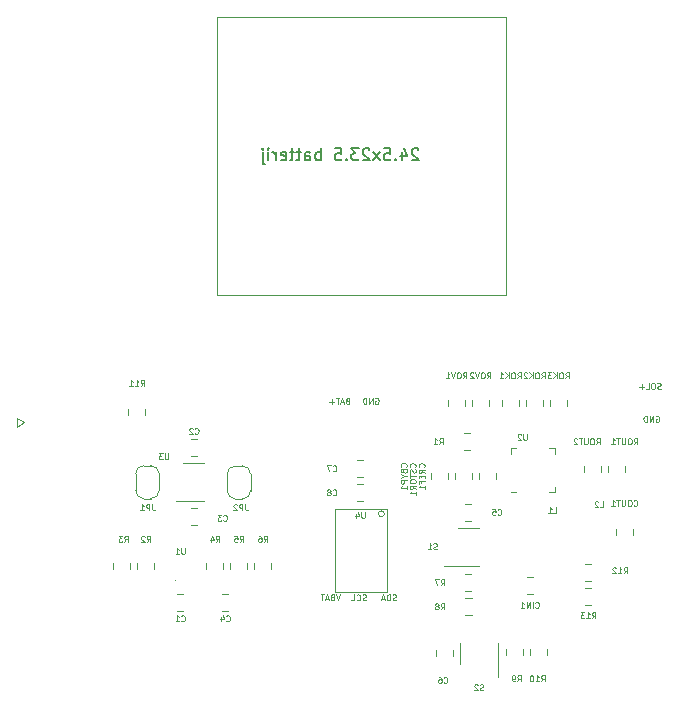
<source format=gbo>
G04 #@! TF.GenerationSoftware,KiCad,Pcbnew,(5.1.5)-3*
G04 #@! TF.CreationDate,2020-06-11T14:27:07+02:00*
G04 #@! TF.ProjectId,Power_module_v0,506f7765-725f-46d6-9f64-756c655f7630,rev?*
G04 #@! TF.SameCoordinates,Original*
G04 #@! TF.FileFunction,Legend,Bot*
G04 #@! TF.FilePolarity,Positive*
%FSLAX46Y46*%
G04 Gerber Fmt 4.6, Leading zero omitted, Abs format (unit mm)*
G04 Created by KiCad (PCBNEW (5.1.5)-3) date 2020-06-11 14:27:07*
%MOMM*%
%LPD*%
G04 APERTURE LIST*
%ADD10C,0.125000*%
%ADD11C,0.120000*%
%ADD12C,0.150000*%
G04 APERTURE END LIST*
D10*
X147982666Y-81482380D02*
X147911238Y-81506190D01*
X147792190Y-81506190D01*
X147744571Y-81482380D01*
X147720761Y-81458571D01*
X147696952Y-81410952D01*
X147696952Y-81363333D01*
X147720761Y-81315714D01*
X147744571Y-81291904D01*
X147792190Y-81268095D01*
X147887428Y-81244285D01*
X147935047Y-81220476D01*
X147958857Y-81196666D01*
X147982666Y-81149047D01*
X147982666Y-81101428D01*
X147958857Y-81053809D01*
X147935047Y-81030000D01*
X147887428Y-81006190D01*
X147768380Y-81006190D01*
X147696952Y-81030000D01*
X147387428Y-81006190D02*
X147292190Y-81006190D01*
X147244571Y-81030000D01*
X147196952Y-81077619D01*
X147173142Y-81172857D01*
X147173142Y-81339523D01*
X147196952Y-81434761D01*
X147244571Y-81482380D01*
X147292190Y-81506190D01*
X147387428Y-81506190D01*
X147435047Y-81482380D01*
X147482666Y-81434761D01*
X147506476Y-81339523D01*
X147506476Y-81172857D01*
X147482666Y-81077619D01*
X147435047Y-81030000D01*
X147387428Y-81006190D01*
X146720761Y-81506190D02*
X146958857Y-81506190D01*
X146958857Y-81006190D01*
X146554095Y-81315714D02*
X146173142Y-81315714D01*
X146363619Y-81506190D02*
X146363619Y-81125238D01*
X147573952Y-83824000D02*
X147621571Y-83800190D01*
X147693000Y-83800190D01*
X147764428Y-83824000D01*
X147812047Y-83871619D01*
X147835857Y-83919238D01*
X147859666Y-84014476D01*
X147859666Y-84085904D01*
X147835857Y-84181142D01*
X147812047Y-84228761D01*
X147764428Y-84276380D01*
X147693000Y-84300190D01*
X147645380Y-84300190D01*
X147573952Y-84276380D01*
X147550142Y-84252571D01*
X147550142Y-84085904D01*
X147645380Y-84085904D01*
X147335857Y-84300190D02*
X147335857Y-83800190D01*
X147050142Y-84300190D01*
X147050142Y-83800190D01*
X146812047Y-84300190D02*
X146812047Y-83800190D01*
X146693000Y-83800190D01*
X146621571Y-83824000D01*
X146573952Y-83871619D01*
X146550142Y-83919238D01*
X146526333Y-84014476D01*
X146526333Y-84085904D01*
X146550142Y-84181142D01*
X146573952Y-84228761D01*
X146621571Y-84276380D01*
X146693000Y-84300190D01*
X146812047Y-84300190D01*
X123824952Y-82300000D02*
X123872571Y-82276190D01*
X123944000Y-82276190D01*
X124015428Y-82300000D01*
X124063047Y-82347619D01*
X124086857Y-82395238D01*
X124110666Y-82490476D01*
X124110666Y-82561904D01*
X124086857Y-82657142D01*
X124063047Y-82704761D01*
X124015428Y-82752380D01*
X123944000Y-82776190D01*
X123896380Y-82776190D01*
X123824952Y-82752380D01*
X123801142Y-82728571D01*
X123801142Y-82561904D01*
X123896380Y-82561904D01*
X123586857Y-82776190D02*
X123586857Y-82276190D01*
X123301142Y-82776190D01*
X123301142Y-82276190D01*
X123063047Y-82776190D02*
X123063047Y-82276190D01*
X122944000Y-82276190D01*
X122872571Y-82300000D01*
X122824952Y-82347619D01*
X122801142Y-82395238D01*
X122777333Y-82490476D01*
X122777333Y-82561904D01*
X122801142Y-82657142D01*
X122824952Y-82704761D01*
X122872571Y-82752380D01*
X122944000Y-82776190D01*
X123063047Y-82776190D01*
X121455571Y-82514285D02*
X121384142Y-82538095D01*
X121360333Y-82561904D01*
X121336523Y-82609523D01*
X121336523Y-82680952D01*
X121360333Y-82728571D01*
X121384142Y-82752380D01*
X121431761Y-82776190D01*
X121622238Y-82776190D01*
X121622238Y-82276190D01*
X121455571Y-82276190D01*
X121407952Y-82300000D01*
X121384142Y-82323809D01*
X121360333Y-82371428D01*
X121360333Y-82419047D01*
X121384142Y-82466666D01*
X121407952Y-82490476D01*
X121455571Y-82514285D01*
X121622238Y-82514285D01*
X121146047Y-82633333D02*
X120907952Y-82633333D01*
X121193666Y-82776190D02*
X121027000Y-82276190D01*
X120860333Y-82776190D01*
X120765095Y-82276190D02*
X120479380Y-82276190D01*
X120622238Y-82776190D02*
X120622238Y-82276190D01*
X120312714Y-82585714D02*
X119931761Y-82585714D01*
X120122238Y-82776190D02*
X120122238Y-82395238D01*
D11*
X93472000Y-84074000D02*
X93472000Y-83947000D01*
X93472000Y-84709000D02*
X93472000Y-84074000D01*
X94107000Y-84328000D02*
X93472000Y-84709000D01*
X93472000Y-83947000D02*
X94107000Y-84328000D01*
D10*
X125575142Y-99389380D02*
X125503714Y-99413190D01*
X125384666Y-99413190D01*
X125337047Y-99389380D01*
X125313238Y-99365571D01*
X125289428Y-99317952D01*
X125289428Y-99270333D01*
X125313238Y-99222714D01*
X125337047Y-99198904D01*
X125384666Y-99175095D01*
X125479904Y-99151285D01*
X125527523Y-99127476D01*
X125551333Y-99103666D01*
X125575142Y-99056047D01*
X125575142Y-99008428D01*
X125551333Y-98960809D01*
X125527523Y-98937000D01*
X125479904Y-98913190D01*
X125360857Y-98913190D01*
X125289428Y-98937000D01*
X125075142Y-99413190D02*
X125075142Y-98913190D01*
X124956095Y-98913190D01*
X124884666Y-98937000D01*
X124837047Y-98984619D01*
X124813238Y-99032238D01*
X124789428Y-99127476D01*
X124789428Y-99198904D01*
X124813238Y-99294142D01*
X124837047Y-99341761D01*
X124884666Y-99389380D01*
X124956095Y-99413190D01*
X125075142Y-99413190D01*
X124598952Y-99270333D02*
X124360857Y-99270333D01*
X124646571Y-99413190D02*
X124479904Y-98913190D01*
X124313238Y-99413190D01*
X123023238Y-99389380D02*
X122951809Y-99413190D01*
X122832761Y-99413190D01*
X122785142Y-99389380D01*
X122761333Y-99365571D01*
X122737523Y-99317952D01*
X122737523Y-99270333D01*
X122761333Y-99222714D01*
X122785142Y-99198904D01*
X122832761Y-99175095D01*
X122928000Y-99151285D01*
X122975619Y-99127476D01*
X122999428Y-99103666D01*
X123023238Y-99056047D01*
X123023238Y-99008428D01*
X122999428Y-98960809D01*
X122975619Y-98937000D01*
X122928000Y-98913190D01*
X122808952Y-98913190D01*
X122737523Y-98937000D01*
X122237523Y-99365571D02*
X122261333Y-99389380D01*
X122332761Y-99413190D01*
X122380380Y-99413190D01*
X122451809Y-99389380D01*
X122499428Y-99341761D01*
X122523238Y-99294142D01*
X122547047Y-99198904D01*
X122547047Y-99127476D01*
X122523238Y-99032238D01*
X122499428Y-98984619D01*
X122451809Y-98937000D01*
X122380380Y-98913190D01*
X122332761Y-98913190D01*
X122261333Y-98937000D01*
X122237523Y-98960809D01*
X121785142Y-99413190D02*
X122023238Y-99413190D01*
X122023238Y-98913190D01*
X120836428Y-98913190D02*
X120669761Y-99413190D01*
X120503095Y-98913190D01*
X120169761Y-99151285D02*
X120098333Y-99175095D01*
X120074523Y-99198904D01*
X120050714Y-99246523D01*
X120050714Y-99317952D01*
X120074523Y-99365571D01*
X120098333Y-99389380D01*
X120145952Y-99413190D01*
X120336428Y-99413190D01*
X120336428Y-98913190D01*
X120169761Y-98913190D01*
X120122142Y-98937000D01*
X120098333Y-98960809D01*
X120074523Y-99008428D01*
X120074523Y-99056047D01*
X120098333Y-99103666D01*
X120122142Y-99127476D01*
X120169761Y-99151285D01*
X120336428Y-99151285D01*
X119860238Y-99270333D02*
X119622142Y-99270333D01*
X119907857Y-99413190D02*
X119741190Y-98913190D01*
X119574523Y-99413190D01*
X119479285Y-98913190D02*
X119193571Y-98913190D01*
X119336428Y-99413190D02*
X119336428Y-98913190D01*
D12*
X127472247Y-61244219D02*
X127424628Y-61196600D01*
X127329390Y-61148980D01*
X127091295Y-61148980D01*
X126996057Y-61196600D01*
X126948438Y-61244219D01*
X126900819Y-61339457D01*
X126900819Y-61434695D01*
X126948438Y-61577552D01*
X127519866Y-62148980D01*
X126900819Y-62148980D01*
X126043676Y-61482314D02*
X126043676Y-62148980D01*
X126281771Y-61101361D02*
X126519866Y-61815647D01*
X125900819Y-61815647D01*
X125519866Y-62053742D02*
X125472247Y-62101361D01*
X125519866Y-62148980D01*
X125567485Y-62101361D01*
X125519866Y-62053742D01*
X125519866Y-62148980D01*
X124567485Y-61148980D02*
X125043676Y-61148980D01*
X125091295Y-61625171D01*
X125043676Y-61577552D01*
X124948438Y-61529933D01*
X124710342Y-61529933D01*
X124615104Y-61577552D01*
X124567485Y-61625171D01*
X124519866Y-61720409D01*
X124519866Y-61958504D01*
X124567485Y-62053742D01*
X124615104Y-62101361D01*
X124710342Y-62148980D01*
X124948438Y-62148980D01*
X125043676Y-62101361D01*
X125091295Y-62053742D01*
X124186533Y-62148980D02*
X123662723Y-61482314D01*
X124186533Y-61482314D02*
X123662723Y-62148980D01*
X123329390Y-61244219D02*
X123281771Y-61196600D01*
X123186533Y-61148980D01*
X122948438Y-61148980D01*
X122853200Y-61196600D01*
X122805580Y-61244219D01*
X122757961Y-61339457D01*
X122757961Y-61434695D01*
X122805580Y-61577552D01*
X123377009Y-62148980D01*
X122757961Y-62148980D01*
X122424628Y-61148980D02*
X121805580Y-61148980D01*
X122138914Y-61529933D01*
X121996057Y-61529933D01*
X121900819Y-61577552D01*
X121853200Y-61625171D01*
X121805580Y-61720409D01*
X121805580Y-61958504D01*
X121853200Y-62053742D01*
X121900819Y-62101361D01*
X121996057Y-62148980D01*
X122281771Y-62148980D01*
X122377009Y-62101361D01*
X122424628Y-62053742D01*
X121377009Y-62053742D02*
X121329390Y-62101361D01*
X121377009Y-62148980D01*
X121424628Y-62101361D01*
X121377009Y-62053742D01*
X121377009Y-62148980D01*
X120424628Y-61148980D02*
X120900819Y-61148980D01*
X120948438Y-61625171D01*
X120900819Y-61577552D01*
X120805580Y-61529933D01*
X120567485Y-61529933D01*
X120472247Y-61577552D01*
X120424628Y-61625171D01*
X120377009Y-61720409D01*
X120377009Y-61958504D01*
X120424628Y-62053742D01*
X120472247Y-62101361D01*
X120567485Y-62148980D01*
X120805580Y-62148980D01*
X120900819Y-62101361D01*
X120948438Y-62053742D01*
X119186533Y-62148980D02*
X119186533Y-61148980D01*
X119186533Y-61529933D02*
X119091295Y-61482314D01*
X118900819Y-61482314D01*
X118805580Y-61529933D01*
X118757961Y-61577552D01*
X118710342Y-61672790D01*
X118710342Y-61958504D01*
X118757961Y-62053742D01*
X118805580Y-62101361D01*
X118900819Y-62148980D01*
X119091295Y-62148980D01*
X119186533Y-62101361D01*
X117853200Y-62148980D02*
X117853200Y-61625171D01*
X117900819Y-61529933D01*
X117996057Y-61482314D01*
X118186533Y-61482314D01*
X118281771Y-61529933D01*
X117853200Y-62101361D02*
X117948438Y-62148980D01*
X118186533Y-62148980D01*
X118281771Y-62101361D01*
X118329390Y-62006123D01*
X118329390Y-61910885D01*
X118281771Y-61815647D01*
X118186533Y-61768028D01*
X117948438Y-61768028D01*
X117853200Y-61720409D01*
X117519866Y-61482314D02*
X117138914Y-61482314D01*
X117377009Y-61148980D02*
X117377009Y-62006123D01*
X117329390Y-62101361D01*
X117234152Y-62148980D01*
X117138914Y-62148980D01*
X116948438Y-61482314D02*
X116567485Y-61482314D01*
X116805580Y-61148980D02*
X116805580Y-62006123D01*
X116757961Y-62101361D01*
X116662723Y-62148980D01*
X116567485Y-62148980D01*
X115853200Y-62101361D02*
X115948438Y-62148980D01*
X116138914Y-62148980D01*
X116234152Y-62101361D01*
X116281771Y-62006123D01*
X116281771Y-61625171D01*
X116234152Y-61529933D01*
X116138914Y-61482314D01*
X115948438Y-61482314D01*
X115853200Y-61529933D01*
X115805580Y-61625171D01*
X115805580Y-61720409D01*
X116281771Y-61815647D01*
X115377009Y-62148980D02*
X115377009Y-61482314D01*
X115377009Y-61672790D02*
X115329390Y-61577552D01*
X115281771Y-61529933D01*
X115186533Y-61482314D01*
X115091295Y-61482314D01*
X114757961Y-62148980D02*
X114757961Y-61482314D01*
X114757961Y-61148980D02*
X114805580Y-61196600D01*
X114757961Y-61244219D01*
X114710342Y-61196600D01*
X114757961Y-61148980D01*
X114757961Y-61244219D01*
X114281771Y-61482314D02*
X114281771Y-62339457D01*
X114329390Y-62434695D01*
X114424628Y-62482314D01*
X114472247Y-62482314D01*
X114281771Y-61148980D02*
X114329390Y-61196600D01*
X114281771Y-61244219D01*
X114234152Y-61196600D01*
X114281771Y-61148980D01*
X114281771Y-61244219D01*
D11*
X110416400Y-50033000D02*
X110416400Y-73533000D01*
X134916400Y-50033000D02*
X110416400Y-50033000D01*
X134916400Y-73533000D02*
X134916400Y-50033000D01*
X110416400Y-73533000D02*
X134916400Y-73533000D01*
X107053748Y-98858000D02*
X107576252Y-98858000D01*
X107053748Y-100278000D02*
X107576252Y-100278000D01*
X108205748Y-87197000D02*
X108728252Y-87197000D01*
X108205748Y-85777000D02*
X108728252Y-85777000D01*
X108710252Y-91619000D02*
X108187748Y-91619000D01*
X108710252Y-93039000D02*
X108187748Y-93039000D01*
X110863748Y-100278000D02*
X111386252Y-100278000D01*
X110863748Y-98858000D02*
X111386252Y-98858000D01*
X131960252Y-92658000D02*
X131437748Y-92658000D01*
X131960252Y-91238000D02*
X131437748Y-91238000D01*
X128957000Y-103633748D02*
X128957000Y-104156252D01*
X130377000Y-103633748D02*
X130377000Y-104156252D01*
X122293748Y-87555000D02*
X122816252Y-87555000D01*
X122293748Y-88975000D02*
X122816252Y-88975000D01*
X122284748Y-89587000D02*
X122807252Y-89587000D01*
X122284748Y-91007000D02*
X122807252Y-91007000D01*
X128576000Y-89161252D02*
X128576000Y-88638748D01*
X129996000Y-89161252D02*
X129996000Y-88638748D01*
X136635748Y-98881000D02*
X137158252Y-98881000D01*
X136635748Y-97461000D02*
X137158252Y-97461000D01*
X144197000Y-93328748D02*
X144197000Y-93851252D01*
X145617000Y-93328748D02*
X145617000Y-93851252D01*
X134060000Y-88647748D02*
X134060000Y-89170252D01*
X132640000Y-88647748D02*
X132640000Y-89170252D01*
X132028000Y-89152252D02*
X132028000Y-88629748D01*
X130608000Y-89152252D02*
X130608000Y-88629748D01*
X105521000Y-88693000D02*
G75*
G03X104821000Y-87993000I-700000J0D01*
G01*
X104221000Y-87993000D02*
G75*
G03X103521000Y-88693000I0J-700000D01*
G01*
X103521000Y-90093000D02*
G75*
G03X104221000Y-90793000I700000J0D01*
G01*
X104821000Y-90793000D02*
G75*
G03X105521000Y-90093000I0J700000D01*
G01*
X104221000Y-90793000D02*
X104821000Y-90793000D01*
X103521000Y-88693000D02*
X103521000Y-90093000D01*
X104821000Y-87993000D02*
X104221000Y-87993000D01*
X105521000Y-90093000D02*
X105521000Y-88693000D01*
X111268000Y-88723000D02*
X111268000Y-90123000D01*
X111968000Y-90823000D02*
X112568000Y-90823000D01*
X113268000Y-90123000D02*
X113268000Y-88723000D01*
X112568000Y-88023000D02*
X111968000Y-88023000D01*
X111968000Y-88023000D02*
G75*
G03X111268000Y-88723000I0J-700000D01*
G01*
X113268000Y-88723000D02*
G75*
G03X112568000Y-88023000I-700000J0D01*
G01*
X112568000Y-90823000D02*
G75*
G03X113268000Y-90123000I0J700000D01*
G01*
X111268000Y-90123000D02*
G75*
G03X111968000Y-90823000I700000J0D01*
G01*
X131824252Y-85269000D02*
X131301748Y-85269000D01*
X131824252Y-86689000D02*
X131301748Y-86689000D01*
X103684000Y-96772252D02*
X103684000Y-96249748D01*
X105104000Y-96772252D02*
X105104000Y-96249748D01*
X103072000Y-96790252D02*
X103072000Y-96267748D01*
X101652000Y-96790252D02*
X101652000Y-96267748D01*
X110946000Y-96249748D02*
X110946000Y-96772252D01*
X109526000Y-96249748D02*
X109526000Y-96772252D01*
X111558000Y-96249748D02*
X111558000Y-96772252D01*
X112978000Y-96249748D02*
X112978000Y-96772252D01*
X115010000Y-96781252D02*
X115010000Y-96258748D01*
X113590000Y-96781252D02*
X113590000Y-96258748D01*
X131428748Y-98627000D02*
X131951252Y-98627000D01*
X131428748Y-97207000D02*
X131951252Y-97207000D01*
X131969252Y-100659000D02*
X131446748Y-100659000D01*
X131969252Y-99239000D02*
X131446748Y-99239000D01*
X134926000Y-104029252D02*
X134926000Y-103506748D01*
X136346000Y-104029252D02*
X136346000Y-103506748D01*
X136958000Y-103488748D02*
X136958000Y-104011252D01*
X138378000Y-103488748D02*
X138378000Y-104011252D01*
X104342000Y-83177748D02*
X104342000Y-83700252D01*
X102922000Y-83177748D02*
X102922000Y-83700252D01*
X141588748Y-96318000D02*
X142111252Y-96318000D01*
X141588748Y-97738000D02*
X142111252Y-97738000D01*
X141588748Y-99770000D02*
X142111252Y-99770000D01*
X141588748Y-98350000D02*
X142111252Y-98350000D01*
X135965000Y-82406748D02*
X135965000Y-82929252D01*
X134545000Y-82406748D02*
X134545000Y-82929252D01*
X137997000Y-82938252D02*
X137997000Y-82415748D01*
X136577000Y-82938252D02*
X136577000Y-82415748D01*
X140029000Y-82406748D02*
X140029000Y-82929252D01*
X138609000Y-82406748D02*
X138609000Y-82929252D01*
X144982000Y-88535252D02*
X144982000Y-88012748D01*
X143562000Y-88535252D02*
X143562000Y-88012748D01*
X142950000Y-87994748D02*
X142950000Y-88517252D01*
X141530000Y-87994748D02*
X141530000Y-88517252D01*
X129973000Y-82947252D02*
X129973000Y-82424748D01*
X131393000Y-82947252D02*
X131393000Y-82424748D01*
X132005000Y-82424748D02*
X132005000Y-82947252D01*
X133425000Y-82424748D02*
X133425000Y-82947252D01*
X130799000Y-93259000D02*
X132599000Y-93259000D01*
X132599000Y-96479000D02*
X129649000Y-96479000D01*
X134198000Y-102986000D02*
X134198000Y-105936000D01*
X130978000Y-104786000D02*
X130978000Y-102986000D01*
X106898223Y-97706080D02*
G75*
G03X106898223Y-97706080I-52363J0D01*
G01*
X138545000Y-90252000D02*
X139020000Y-90252000D01*
X139020000Y-90252000D02*
X139020000Y-89777000D01*
X135775000Y-86532000D02*
X135300000Y-86532000D01*
X135300000Y-86532000D02*
X135300000Y-87007000D01*
X138545000Y-86532000D02*
X139020000Y-86532000D01*
X139020000Y-86532000D02*
X139020000Y-87007000D01*
X135775000Y-90252000D02*
X135300000Y-90252000D01*
X107558000Y-87798000D02*
X109358000Y-87798000D01*
X109358000Y-91018000D02*
X106908000Y-91018000D01*
X124841000Y-91694000D02*
X120396000Y-91694000D01*
X120396000Y-91694000D02*
X120396000Y-98679000D01*
X120396000Y-98679000D02*
X124841000Y-98679000D01*
X124841000Y-98679000D02*
X124841000Y-91694000D01*
X124587000Y-92075000D02*
G75*
G03X124587000Y-92075000I-254000J0D01*
G01*
D10*
X107398333Y-101143571D02*
X107422142Y-101167380D01*
X107493571Y-101191190D01*
X107541190Y-101191190D01*
X107612619Y-101167380D01*
X107660238Y-101119761D01*
X107684047Y-101072142D01*
X107707857Y-100976904D01*
X107707857Y-100905476D01*
X107684047Y-100810238D01*
X107660238Y-100762619D01*
X107612619Y-100715000D01*
X107541190Y-100691190D01*
X107493571Y-100691190D01*
X107422142Y-100715000D01*
X107398333Y-100738809D01*
X106922142Y-101191190D02*
X107207857Y-101191190D01*
X107065000Y-101191190D02*
X107065000Y-100691190D01*
X107112619Y-100762619D01*
X107160238Y-100810238D01*
X107207857Y-100834047D01*
X108550333Y-85268571D02*
X108574142Y-85292380D01*
X108645571Y-85316190D01*
X108693190Y-85316190D01*
X108764619Y-85292380D01*
X108812238Y-85244761D01*
X108836047Y-85197142D01*
X108859857Y-85101904D01*
X108859857Y-85030476D01*
X108836047Y-84935238D01*
X108812238Y-84887619D01*
X108764619Y-84840000D01*
X108693190Y-84816190D01*
X108645571Y-84816190D01*
X108574142Y-84840000D01*
X108550333Y-84863809D01*
X108359857Y-84863809D02*
X108336047Y-84840000D01*
X108288428Y-84816190D01*
X108169380Y-84816190D01*
X108121761Y-84840000D01*
X108097952Y-84863809D01*
X108074142Y-84911428D01*
X108074142Y-84959047D01*
X108097952Y-85030476D01*
X108383666Y-85316190D01*
X108074142Y-85316190D01*
X110954333Y-92634571D02*
X110978142Y-92658380D01*
X111049571Y-92682190D01*
X111097190Y-92682190D01*
X111168619Y-92658380D01*
X111216238Y-92610761D01*
X111240047Y-92563142D01*
X111263857Y-92467904D01*
X111263857Y-92396476D01*
X111240047Y-92301238D01*
X111216238Y-92253619D01*
X111168619Y-92206000D01*
X111097190Y-92182190D01*
X111049571Y-92182190D01*
X110978142Y-92206000D01*
X110954333Y-92229809D01*
X110787666Y-92182190D02*
X110478142Y-92182190D01*
X110644809Y-92372666D01*
X110573380Y-92372666D01*
X110525761Y-92396476D01*
X110501952Y-92420285D01*
X110478142Y-92467904D01*
X110478142Y-92586952D01*
X110501952Y-92634571D01*
X110525761Y-92658380D01*
X110573380Y-92682190D01*
X110716238Y-92682190D01*
X110763857Y-92658380D01*
X110787666Y-92634571D01*
X111208333Y-101143571D02*
X111232142Y-101167380D01*
X111303571Y-101191190D01*
X111351190Y-101191190D01*
X111422619Y-101167380D01*
X111470238Y-101119761D01*
X111494047Y-101072142D01*
X111517857Y-100976904D01*
X111517857Y-100905476D01*
X111494047Y-100810238D01*
X111470238Y-100762619D01*
X111422619Y-100715000D01*
X111351190Y-100691190D01*
X111303571Y-100691190D01*
X111232142Y-100715000D01*
X111208333Y-100738809D01*
X110779761Y-100857857D02*
X110779761Y-101191190D01*
X110898809Y-100667380D02*
X111017857Y-101024523D01*
X110708333Y-101024523D01*
X134195333Y-92126571D02*
X134219142Y-92150380D01*
X134290571Y-92174190D01*
X134338190Y-92174190D01*
X134409619Y-92150380D01*
X134457238Y-92102761D01*
X134481047Y-92055142D01*
X134504857Y-91959904D01*
X134504857Y-91888476D01*
X134481047Y-91793238D01*
X134457238Y-91745619D01*
X134409619Y-91698000D01*
X134338190Y-91674190D01*
X134290571Y-91674190D01*
X134219142Y-91698000D01*
X134195333Y-91721809D01*
X133742952Y-91674190D02*
X133981047Y-91674190D01*
X134004857Y-91912285D01*
X133981047Y-91888476D01*
X133933428Y-91864666D01*
X133814380Y-91864666D01*
X133766761Y-91888476D01*
X133742952Y-91912285D01*
X133719142Y-91959904D01*
X133719142Y-92078952D01*
X133742952Y-92126571D01*
X133766761Y-92150380D01*
X133814380Y-92174190D01*
X133933428Y-92174190D01*
X133981047Y-92150380D01*
X134004857Y-92126571D01*
X129623333Y-106350571D02*
X129647142Y-106374380D01*
X129718571Y-106398190D01*
X129766190Y-106398190D01*
X129837619Y-106374380D01*
X129885238Y-106326761D01*
X129909047Y-106279142D01*
X129932857Y-106183904D01*
X129932857Y-106112476D01*
X129909047Y-106017238D01*
X129885238Y-105969619D01*
X129837619Y-105922000D01*
X129766190Y-105898190D01*
X129718571Y-105898190D01*
X129647142Y-105922000D01*
X129623333Y-105945809D01*
X129194761Y-105898190D02*
X129290000Y-105898190D01*
X129337619Y-105922000D01*
X129361428Y-105945809D01*
X129409047Y-106017238D01*
X129432857Y-106112476D01*
X129432857Y-106302952D01*
X129409047Y-106350571D01*
X129385238Y-106374380D01*
X129337619Y-106398190D01*
X129242380Y-106398190D01*
X129194761Y-106374380D01*
X129170952Y-106350571D01*
X129147142Y-106302952D01*
X129147142Y-106183904D01*
X129170952Y-106136285D01*
X129194761Y-106112476D01*
X129242380Y-106088666D01*
X129337619Y-106088666D01*
X129385238Y-106112476D01*
X129409047Y-106136285D01*
X129432857Y-106183904D01*
X120225333Y-88443571D02*
X120249142Y-88467380D01*
X120320571Y-88491190D01*
X120368190Y-88491190D01*
X120439619Y-88467380D01*
X120487238Y-88419761D01*
X120511047Y-88372142D01*
X120534857Y-88276904D01*
X120534857Y-88205476D01*
X120511047Y-88110238D01*
X120487238Y-88062619D01*
X120439619Y-88015000D01*
X120368190Y-87991190D01*
X120320571Y-87991190D01*
X120249142Y-88015000D01*
X120225333Y-88038809D01*
X120058666Y-87991190D02*
X119725333Y-87991190D01*
X119939619Y-88491190D01*
X120225333Y-90475571D02*
X120249142Y-90499380D01*
X120320571Y-90523190D01*
X120368190Y-90523190D01*
X120439619Y-90499380D01*
X120487238Y-90451761D01*
X120511047Y-90404142D01*
X120534857Y-90308904D01*
X120534857Y-90237476D01*
X120511047Y-90142238D01*
X120487238Y-90094619D01*
X120439619Y-90047000D01*
X120368190Y-90023190D01*
X120320571Y-90023190D01*
X120249142Y-90047000D01*
X120225333Y-90070809D01*
X119939619Y-90237476D02*
X119987238Y-90213666D01*
X120011047Y-90189857D01*
X120034857Y-90142238D01*
X120034857Y-90118428D01*
X120011047Y-90070809D01*
X119987238Y-90047000D01*
X119939619Y-90023190D01*
X119844380Y-90023190D01*
X119796761Y-90047000D01*
X119772952Y-90070809D01*
X119749142Y-90118428D01*
X119749142Y-90142238D01*
X119772952Y-90189857D01*
X119796761Y-90213666D01*
X119844380Y-90237476D01*
X119939619Y-90237476D01*
X119987238Y-90261285D01*
X120011047Y-90285095D01*
X120034857Y-90332714D01*
X120034857Y-90427952D01*
X120011047Y-90475571D01*
X119987238Y-90499380D01*
X119939619Y-90523190D01*
X119844380Y-90523190D01*
X119796761Y-90499380D01*
X119772952Y-90475571D01*
X119749142Y-90427952D01*
X119749142Y-90332714D01*
X119772952Y-90285095D01*
X119796761Y-90261285D01*
X119844380Y-90237476D01*
X126416571Y-88102380D02*
X126440380Y-88078571D01*
X126464190Y-88007142D01*
X126464190Y-87959523D01*
X126440380Y-87888095D01*
X126392761Y-87840476D01*
X126345142Y-87816666D01*
X126249904Y-87792857D01*
X126178476Y-87792857D01*
X126083238Y-87816666D01*
X126035619Y-87840476D01*
X125988000Y-87888095D01*
X125964190Y-87959523D01*
X125964190Y-88007142D01*
X125988000Y-88078571D01*
X126011809Y-88102380D01*
X126202285Y-88483333D02*
X126226095Y-88554761D01*
X126249904Y-88578571D01*
X126297523Y-88602380D01*
X126368952Y-88602380D01*
X126416571Y-88578571D01*
X126440380Y-88554761D01*
X126464190Y-88507142D01*
X126464190Y-88316666D01*
X125964190Y-88316666D01*
X125964190Y-88483333D01*
X125988000Y-88530952D01*
X126011809Y-88554761D01*
X126059428Y-88578571D01*
X126107047Y-88578571D01*
X126154666Y-88554761D01*
X126178476Y-88530952D01*
X126202285Y-88483333D01*
X126202285Y-88316666D01*
X126226095Y-88911904D02*
X126464190Y-88911904D01*
X125964190Y-88745238D02*
X126226095Y-88911904D01*
X125964190Y-89078571D01*
X126464190Y-89245238D02*
X125964190Y-89245238D01*
X125964190Y-89435714D01*
X125988000Y-89483333D01*
X126011809Y-89507142D01*
X126059428Y-89530952D01*
X126130857Y-89530952D01*
X126178476Y-89507142D01*
X126202285Y-89483333D01*
X126226095Y-89435714D01*
X126226095Y-89245238D01*
X126464190Y-90007142D02*
X126464190Y-89721428D01*
X126464190Y-89864285D02*
X125964190Y-89864285D01*
X126035619Y-89816666D01*
X126083238Y-89769047D01*
X126107047Y-89721428D01*
X137361285Y-99999571D02*
X137385095Y-100023380D01*
X137456523Y-100047190D01*
X137504142Y-100047190D01*
X137575571Y-100023380D01*
X137623190Y-99975761D01*
X137647000Y-99928142D01*
X137670809Y-99832904D01*
X137670809Y-99761476D01*
X137647000Y-99666238D01*
X137623190Y-99618619D01*
X137575571Y-99571000D01*
X137504142Y-99547190D01*
X137456523Y-99547190D01*
X137385095Y-99571000D01*
X137361285Y-99594809D01*
X137147000Y-100047190D02*
X137147000Y-99547190D01*
X136908904Y-100047190D02*
X136908904Y-99547190D01*
X136623190Y-100047190D01*
X136623190Y-99547190D01*
X136123190Y-100047190D02*
X136408904Y-100047190D01*
X136266047Y-100047190D02*
X136266047Y-99547190D01*
X136313666Y-99618619D01*
X136361285Y-99666238D01*
X136408904Y-99690047D01*
X145704619Y-91364571D02*
X145728428Y-91388380D01*
X145799857Y-91412190D01*
X145847476Y-91412190D01*
X145918904Y-91388380D01*
X145966523Y-91340761D01*
X145990333Y-91293142D01*
X146014142Y-91197904D01*
X146014142Y-91126476D01*
X145990333Y-91031238D01*
X145966523Y-90983619D01*
X145918904Y-90936000D01*
X145847476Y-90912190D01*
X145799857Y-90912190D01*
X145728428Y-90936000D01*
X145704619Y-90959809D01*
X145395095Y-90912190D02*
X145299857Y-90912190D01*
X145252238Y-90936000D01*
X145204619Y-90983619D01*
X145180809Y-91078857D01*
X145180809Y-91245523D01*
X145204619Y-91340761D01*
X145252238Y-91388380D01*
X145299857Y-91412190D01*
X145395095Y-91412190D01*
X145442714Y-91388380D01*
X145490333Y-91340761D01*
X145514142Y-91245523D01*
X145514142Y-91078857D01*
X145490333Y-90983619D01*
X145442714Y-90936000D01*
X145395095Y-90912190D01*
X144966523Y-90912190D02*
X144966523Y-91316952D01*
X144942714Y-91364571D01*
X144918904Y-91388380D01*
X144871285Y-91412190D01*
X144776047Y-91412190D01*
X144728428Y-91388380D01*
X144704619Y-91364571D01*
X144680809Y-91316952D01*
X144680809Y-90912190D01*
X144514142Y-90912190D02*
X144228428Y-90912190D01*
X144371285Y-91412190D02*
X144371285Y-90912190D01*
X143799857Y-91412190D02*
X144085571Y-91412190D01*
X143942714Y-91412190D02*
X143942714Y-90912190D01*
X143990333Y-90983619D01*
X144037952Y-91031238D01*
X144085571Y-91055047D01*
X127940571Y-88126190D02*
X127964380Y-88102380D01*
X127988190Y-88030952D01*
X127988190Y-87983333D01*
X127964380Y-87911904D01*
X127916761Y-87864285D01*
X127869142Y-87840476D01*
X127773904Y-87816666D01*
X127702476Y-87816666D01*
X127607238Y-87840476D01*
X127559619Y-87864285D01*
X127512000Y-87911904D01*
X127488190Y-87983333D01*
X127488190Y-88030952D01*
X127512000Y-88102380D01*
X127535809Y-88126190D01*
X127988190Y-88626190D02*
X127750095Y-88459523D01*
X127988190Y-88340476D02*
X127488190Y-88340476D01*
X127488190Y-88530952D01*
X127512000Y-88578571D01*
X127535809Y-88602380D01*
X127583428Y-88626190D01*
X127654857Y-88626190D01*
X127702476Y-88602380D01*
X127726285Y-88578571D01*
X127750095Y-88530952D01*
X127750095Y-88340476D01*
X127726285Y-88840476D02*
X127726285Y-89007142D01*
X127988190Y-89078571D02*
X127988190Y-88840476D01*
X127488190Y-88840476D01*
X127488190Y-89078571D01*
X127726285Y-89459523D02*
X127726285Y-89292857D01*
X127988190Y-89292857D02*
X127488190Y-89292857D01*
X127488190Y-89530952D01*
X127988190Y-89983333D02*
X127988190Y-89697619D01*
X127988190Y-89840476D02*
X127488190Y-89840476D01*
X127559619Y-89792857D01*
X127607238Y-89745238D01*
X127631047Y-89697619D01*
X127178571Y-88130190D02*
X127202380Y-88106380D01*
X127226190Y-88034952D01*
X127226190Y-87987333D01*
X127202380Y-87915904D01*
X127154761Y-87868285D01*
X127107142Y-87844476D01*
X127011904Y-87820666D01*
X126940476Y-87820666D01*
X126845238Y-87844476D01*
X126797619Y-87868285D01*
X126750000Y-87915904D01*
X126726190Y-87987333D01*
X126726190Y-88034952D01*
X126750000Y-88106380D01*
X126773809Y-88130190D01*
X127202380Y-88320666D02*
X127226190Y-88392095D01*
X127226190Y-88511142D01*
X127202380Y-88558761D01*
X127178571Y-88582571D01*
X127130952Y-88606380D01*
X127083333Y-88606380D01*
X127035714Y-88582571D01*
X127011904Y-88558761D01*
X126988095Y-88511142D01*
X126964285Y-88415904D01*
X126940476Y-88368285D01*
X126916666Y-88344476D01*
X126869047Y-88320666D01*
X126821428Y-88320666D01*
X126773809Y-88344476D01*
X126750000Y-88368285D01*
X126726190Y-88415904D01*
X126726190Y-88534952D01*
X126750000Y-88606380D01*
X126726190Y-88749238D02*
X126726190Y-89034952D01*
X127226190Y-88892095D02*
X126726190Y-88892095D01*
X126726190Y-89296857D02*
X126726190Y-89392095D01*
X126750000Y-89439714D01*
X126797619Y-89487333D01*
X126892857Y-89511142D01*
X127059523Y-89511142D01*
X127154761Y-89487333D01*
X127202380Y-89439714D01*
X127226190Y-89392095D01*
X127226190Y-89296857D01*
X127202380Y-89249238D01*
X127154761Y-89201619D01*
X127059523Y-89177809D01*
X126892857Y-89177809D01*
X126797619Y-89201619D01*
X126750000Y-89249238D01*
X126726190Y-89296857D01*
X127226190Y-90011142D02*
X126988095Y-89844476D01*
X127226190Y-89725428D02*
X126726190Y-89725428D01*
X126726190Y-89915904D01*
X126750000Y-89963523D01*
X126773809Y-89987333D01*
X126821428Y-90011142D01*
X126892857Y-90011142D01*
X126940476Y-89987333D01*
X126964285Y-89963523D01*
X126988095Y-89915904D01*
X126988095Y-89725428D01*
X127226190Y-90487333D02*
X127226190Y-90201619D01*
X127226190Y-90344476D02*
X126726190Y-90344476D01*
X126797619Y-90296857D01*
X126845238Y-90249238D01*
X126869047Y-90201619D01*
X104937666Y-91293190D02*
X104937666Y-91650333D01*
X104961476Y-91721761D01*
X105009095Y-91769380D01*
X105080523Y-91793190D01*
X105128142Y-91793190D01*
X104699571Y-91793190D02*
X104699571Y-91293190D01*
X104509095Y-91293190D01*
X104461476Y-91317000D01*
X104437666Y-91340809D01*
X104413857Y-91388428D01*
X104413857Y-91459857D01*
X104437666Y-91507476D01*
X104461476Y-91531285D01*
X104509095Y-91555095D01*
X104699571Y-91555095D01*
X103937666Y-91793190D02*
X104223380Y-91793190D01*
X104080523Y-91793190D02*
X104080523Y-91293190D01*
X104128142Y-91364619D01*
X104175761Y-91412238D01*
X104223380Y-91436047D01*
X112811666Y-91293190D02*
X112811666Y-91650333D01*
X112835476Y-91721761D01*
X112883095Y-91769380D01*
X112954523Y-91793190D01*
X113002142Y-91793190D01*
X112573571Y-91793190D02*
X112573571Y-91293190D01*
X112383095Y-91293190D01*
X112335476Y-91317000D01*
X112311666Y-91340809D01*
X112287857Y-91388428D01*
X112287857Y-91459857D01*
X112311666Y-91507476D01*
X112335476Y-91531285D01*
X112383095Y-91555095D01*
X112573571Y-91555095D01*
X112097380Y-91340809D02*
X112073571Y-91317000D01*
X112025952Y-91293190D01*
X111906904Y-91293190D01*
X111859285Y-91317000D01*
X111835476Y-91340809D01*
X111811666Y-91388428D01*
X111811666Y-91436047D01*
X111835476Y-91507476D01*
X112121190Y-91793190D01*
X111811666Y-91793190D01*
X138894333Y-92047190D02*
X139132428Y-92047190D01*
X139132428Y-91547190D01*
X138465761Y-92047190D02*
X138751476Y-92047190D01*
X138608619Y-92047190D02*
X138608619Y-91547190D01*
X138656238Y-91618619D01*
X138703857Y-91666238D01*
X138751476Y-91690047D01*
X142831333Y-91539190D02*
X143069428Y-91539190D01*
X143069428Y-91039190D01*
X142688476Y-91086809D02*
X142664666Y-91063000D01*
X142617047Y-91039190D01*
X142498000Y-91039190D01*
X142450380Y-91063000D01*
X142426571Y-91086809D01*
X142402761Y-91134428D01*
X142402761Y-91182047D01*
X142426571Y-91253476D01*
X142712285Y-91539190D01*
X142402761Y-91539190D01*
X129242333Y-86205190D02*
X129409000Y-85967095D01*
X129528047Y-86205190D02*
X129528047Y-85705190D01*
X129337571Y-85705190D01*
X129289952Y-85729000D01*
X129266142Y-85752809D01*
X129242333Y-85800428D01*
X129242333Y-85871857D01*
X129266142Y-85919476D01*
X129289952Y-85943285D01*
X129337571Y-85967095D01*
X129528047Y-85967095D01*
X128766142Y-86205190D02*
X129051857Y-86205190D01*
X128909000Y-86205190D02*
X128909000Y-85705190D01*
X128956619Y-85776619D01*
X129004238Y-85824238D01*
X129051857Y-85848047D01*
X104477333Y-94460190D02*
X104644000Y-94222095D01*
X104763047Y-94460190D02*
X104763047Y-93960190D01*
X104572571Y-93960190D01*
X104524952Y-93984000D01*
X104501142Y-94007809D01*
X104477333Y-94055428D01*
X104477333Y-94126857D01*
X104501142Y-94174476D01*
X104524952Y-94198285D01*
X104572571Y-94222095D01*
X104763047Y-94222095D01*
X104286857Y-94007809D02*
X104263047Y-93984000D01*
X104215428Y-93960190D01*
X104096380Y-93960190D01*
X104048761Y-93984000D01*
X104024952Y-94007809D01*
X104001142Y-94055428D01*
X104001142Y-94103047D01*
X104024952Y-94174476D01*
X104310666Y-94460190D01*
X104001142Y-94460190D01*
X102572333Y-94460190D02*
X102739000Y-94222095D01*
X102858047Y-94460190D02*
X102858047Y-93960190D01*
X102667571Y-93960190D01*
X102619952Y-93984000D01*
X102596142Y-94007809D01*
X102572333Y-94055428D01*
X102572333Y-94126857D01*
X102596142Y-94174476D01*
X102619952Y-94198285D01*
X102667571Y-94222095D01*
X102858047Y-94222095D01*
X102405666Y-93960190D02*
X102096142Y-93960190D01*
X102262809Y-94150666D01*
X102191380Y-94150666D01*
X102143761Y-94174476D01*
X102119952Y-94198285D01*
X102096142Y-94245904D01*
X102096142Y-94364952D01*
X102119952Y-94412571D01*
X102143761Y-94436380D01*
X102191380Y-94460190D01*
X102334238Y-94460190D01*
X102381857Y-94436380D01*
X102405666Y-94412571D01*
X110319333Y-94460190D02*
X110486000Y-94222095D01*
X110605047Y-94460190D02*
X110605047Y-93960190D01*
X110414571Y-93960190D01*
X110366952Y-93984000D01*
X110343142Y-94007809D01*
X110319333Y-94055428D01*
X110319333Y-94126857D01*
X110343142Y-94174476D01*
X110366952Y-94198285D01*
X110414571Y-94222095D01*
X110605047Y-94222095D01*
X109890761Y-94126857D02*
X109890761Y-94460190D01*
X110009809Y-93936380D02*
X110128857Y-94293523D01*
X109819333Y-94293523D01*
X112351333Y-94460190D02*
X112518000Y-94222095D01*
X112637047Y-94460190D02*
X112637047Y-93960190D01*
X112446571Y-93960190D01*
X112398952Y-93984000D01*
X112375142Y-94007809D01*
X112351333Y-94055428D01*
X112351333Y-94126857D01*
X112375142Y-94174476D01*
X112398952Y-94198285D01*
X112446571Y-94222095D01*
X112637047Y-94222095D01*
X111898952Y-93960190D02*
X112137047Y-93960190D01*
X112160857Y-94198285D01*
X112137047Y-94174476D01*
X112089428Y-94150666D01*
X111970380Y-94150666D01*
X111922761Y-94174476D01*
X111898952Y-94198285D01*
X111875142Y-94245904D01*
X111875142Y-94364952D01*
X111898952Y-94412571D01*
X111922761Y-94436380D01*
X111970380Y-94460190D01*
X112089428Y-94460190D01*
X112137047Y-94436380D01*
X112160857Y-94412571D01*
X114383333Y-94460190D02*
X114550000Y-94222095D01*
X114669047Y-94460190D02*
X114669047Y-93960190D01*
X114478571Y-93960190D01*
X114430952Y-93984000D01*
X114407142Y-94007809D01*
X114383333Y-94055428D01*
X114383333Y-94126857D01*
X114407142Y-94174476D01*
X114430952Y-94198285D01*
X114478571Y-94222095D01*
X114669047Y-94222095D01*
X113954761Y-93960190D02*
X114050000Y-93960190D01*
X114097619Y-93984000D01*
X114121428Y-94007809D01*
X114169047Y-94079238D01*
X114192857Y-94174476D01*
X114192857Y-94364952D01*
X114169047Y-94412571D01*
X114145238Y-94436380D01*
X114097619Y-94460190D01*
X114002380Y-94460190D01*
X113954761Y-94436380D01*
X113930952Y-94412571D01*
X113907142Y-94364952D01*
X113907142Y-94245904D01*
X113930952Y-94198285D01*
X113954761Y-94174476D01*
X114002380Y-94150666D01*
X114097619Y-94150666D01*
X114145238Y-94174476D01*
X114169047Y-94198285D01*
X114192857Y-94245904D01*
X129369333Y-98143190D02*
X129536000Y-97905095D01*
X129655047Y-98143190D02*
X129655047Y-97643190D01*
X129464571Y-97643190D01*
X129416952Y-97667000D01*
X129393142Y-97690809D01*
X129369333Y-97738428D01*
X129369333Y-97809857D01*
X129393142Y-97857476D01*
X129416952Y-97881285D01*
X129464571Y-97905095D01*
X129655047Y-97905095D01*
X129202666Y-97643190D02*
X128869333Y-97643190D01*
X129083619Y-98143190D01*
X129369333Y-100175190D02*
X129536000Y-99937095D01*
X129655047Y-100175190D02*
X129655047Y-99675190D01*
X129464571Y-99675190D01*
X129416952Y-99699000D01*
X129393142Y-99722809D01*
X129369333Y-99770428D01*
X129369333Y-99841857D01*
X129393142Y-99889476D01*
X129416952Y-99913285D01*
X129464571Y-99937095D01*
X129655047Y-99937095D01*
X129083619Y-99889476D02*
X129131238Y-99865666D01*
X129155047Y-99841857D01*
X129178857Y-99794238D01*
X129178857Y-99770428D01*
X129155047Y-99722809D01*
X129131238Y-99699000D01*
X129083619Y-99675190D01*
X128988380Y-99675190D01*
X128940761Y-99699000D01*
X128916952Y-99722809D01*
X128893142Y-99770428D01*
X128893142Y-99794238D01*
X128916952Y-99841857D01*
X128940761Y-99865666D01*
X128988380Y-99889476D01*
X129083619Y-99889476D01*
X129131238Y-99913285D01*
X129155047Y-99937095D01*
X129178857Y-99984714D01*
X129178857Y-100079952D01*
X129155047Y-100127571D01*
X129131238Y-100151380D01*
X129083619Y-100175190D01*
X128988380Y-100175190D01*
X128940761Y-100151380D01*
X128916952Y-100127571D01*
X128893142Y-100079952D01*
X128893142Y-99984714D01*
X128916952Y-99937095D01*
X128940761Y-99913285D01*
X128988380Y-99889476D01*
X135846333Y-106271190D02*
X136013000Y-106033095D01*
X136132047Y-106271190D02*
X136132047Y-105771190D01*
X135941571Y-105771190D01*
X135893952Y-105795000D01*
X135870142Y-105818809D01*
X135846333Y-105866428D01*
X135846333Y-105937857D01*
X135870142Y-105985476D01*
X135893952Y-106009285D01*
X135941571Y-106033095D01*
X136132047Y-106033095D01*
X135608238Y-106271190D02*
X135513000Y-106271190D01*
X135465380Y-106247380D01*
X135441571Y-106223571D01*
X135393952Y-106152142D01*
X135370142Y-106056904D01*
X135370142Y-105866428D01*
X135393952Y-105818809D01*
X135417761Y-105795000D01*
X135465380Y-105771190D01*
X135560619Y-105771190D01*
X135608238Y-105795000D01*
X135632047Y-105818809D01*
X135655857Y-105866428D01*
X135655857Y-105985476D01*
X135632047Y-106033095D01*
X135608238Y-106056904D01*
X135560619Y-106080714D01*
X135465380Y-106080714D01*
X135417761Y-106056904D01*
X135393952Y-106033095D01*
X135370142Y-105985476D01*
X137862428Y-106271190D02*
X138029095Y-106033095D01*
X138148142Y-106271190D02*
X138148142Y-105771190D01*
X137957666Y-105771190D01*
X137910047Y-105795000D01*
X137886238Y-105818809D01*
X137862428Y-105866428D01*
X137862428Y-105937857D01*
X137886238Y-105985476D01*
X137910047Y-106009285D01*
X137957666Y-106033095D01*
X138148142Y-106033095D01*
X137386238Y-106271190D02*
X137671952Y-106271190D01*
X137529095Y-106271190D02*
X137529095Y-105771190D01*
X137576714Y-105842619D01*
X137624333Y-105890238D01*
X137671952Y-105914047D01*
X137076714Y-105771190D02*
X137029095Y-105771190D01*
X136981476Y-105795000D01*
X136957666Y-105818809D01*
X136933857Y-105866428D01*
X136910047Y-105961666D01*
X136910047Y-106080714D01*
X136933857Y-106175952D01*
X136957666Y-106223571D01*
X136981476Y-106247380D01*
X137029095Y-106271190D01*
X137076714Y-106271190D01*
X137124333Y-106247380D01*
X137148142Y-106223571D01*
X137171952Y-106175952D01*
X137195761Y-106080714D01*
X137195761Y-105961666D01*
X137171952Y-105866428D01*
X137148142Y-105818809D01*
X137124333Y-105795000D01*
X137076714Y-105771190D01*
X103953428Y-81252190D02*
X104120095Y-81014095D01*
X104239142Y-81252190D02*
X104239142Y-80752190D01*
X104048666Y-80752190D01*
X104001047Y-80776000D01*
X103977238Y-80799809D01*
X103953428Y-80847428D01*
X103953428Y-80918857D01*
X103977238Y-80966476D01*
X104001047Y-80990285D01*
X104048666Y-81014095D01*
X104239142Y-81014095D01*
X103477238Y-81252190D02*
X103762952Y-81252190D01*
X103620095Y-81252190D02*
X103620095Y-80752190D01*
X103667714Y-80823619D01*
X103715333Y-80871238D01*
X103762952Y-80895047D01*
X103001047Y-81252190D02*
X103286761Y-81252190D01*
X103143904Y-81252190D02*
X103143904Y-80752190D01*
X103191523Y-80823619D01*
X103239142Y-80871238D01*
X103286761Y-80895047D01*
X144847428Y-97127190D02*
X145014095Y-96889095D01*
X145133142Y-97127190D02*
X145133142Y-96627190D01*
X144942666Y-96627190D01*
X144895047Y-96651000D01*
X144871238Y-96674809D01*
X144847428Y-96722428D01*
X144847428Y-96793857D01*
X144871238Y-96841476D01*
X144895047Y-96865285D01*
X144942666Y-96889095D01*
X145133142Y-96889095D01*
X144371238Y-97127190D02*
X144656952Y-97127190D01*
X144514095Y-97127190D02*
X144514095Y-96627190D01*
X144561714Y-96698619D01*
X144609333Y-96746238D01*
X144656952Y-96770047D01*
X144180761Y-96674809D02*
X144156952Y-96651000D01*
X144109333Y-96627190D01*
X143990285Y-96627190D01*
X143942666Y-96651000D01*
X143918857Y-96674809D01*
X143895047Y-96722428D01*
X143895047Y-96770047D01*
X143918857Y-96841476D01*
X144204571Y-97127190D01*
X143895047Y-97127190D01*
X142171428Y-100936190D02*
X142338095Y-100698095D01*
X142457142Y-100936190D02*
X142457142Y-100436190D01*
X142266666Y-100436190D01*
X142219047Y-100460000D01*
X142195238Y-100483809D01*
X142171428Y-100531428D01*
X142171428Y-100602857D01*
X142195238Y-100650476D01*
X142219047Y-100674285D01*
X142266666Y-100698095D01*
X142457142Y-100698095D01*
X141695238Y-100936190D02*
X141980952Y-100936190D01*
X141838095Y-100936190D02*
X141838095Y-100436190D01*
X141885714Y-100507619D01*
X141933333Y-100555238D01*
X141980952Y-100579047D01*
X141528571Y-100436190D02*
X141219047Y-100436190D01*
X141385714Y-100626666D01*
X141314285Y-100626666D01*
X141266666Y-100650476D01*
X141242857Y-100674285D01*
X141219047Y-100721904D01*
X141219047Y-100840952D01*
X141242857Y-100888571D01*
X141266666Y-100912380D01*
X141314285Y-100936190D01*
X141457142Y-100936190D01*
X141504761Y-100912380D01*
X141528571Y-100888571D01*
X135850238Y-80617190D02*
X136016904Y-80379095D01*
X136135952Y-80617190D02*
X136135952Y-80117190D01*
X135945476Y-80117190D01*
X135897857Y-80141000D01*
X135874047Y-80164809D01*
X135850238Y-80212428D01*
X135850238Y-80283857D01*
X135874047Y-80331476D01*
X135897857Y-80355285D01*
X135945476Y-80379095D01*
X136135952Y-80379095D01*
X135540714Y-80117190D02*
X135445476Y-80117190D01*
X135397857Y-80141000D01*
X135350238Y-80188619D01*
X135326428Y-80283857D01*
X135326428Y-80450523D01*
X135350238Y-80545761D01*
X135397857Y-80593380D01*
X135445476Y-80617190D01*
X135540714Y-80617190D01*
X135588333Y-80593380D01*
X135635952Y-80545761D01*
X135659761Y-80450523D01*
X135659761Y-80283857D01*
X135635952Y-80188619D01*
X135588333Y-80141000D01*
X135540714Y-80117190D01*
X135112142Y-80617190D02*
X135112142Y-80117190D01*
X134826428Y-80617190D02*
X135040714Y-80331476D01*
X134826428Y-80117190D02*
X135112142Y-80402904D01*
X134350238Y-80617190D02*
X134635952Y-80617190D01*
X134493095Y-80617190D02*
X134493095Y-80117190D01*
X134540714Y-80188619D01*
X134588333Y-80236238D01*
X134635952Y-80260047D01*
X137882238Y-80617190D02*
X138048904Y-80379095D01*
X138167952Y-80617190D02*
X138167952Y-80117190D01*
X137977476Y-80117190D01*
X137929857Y-80141000D01*
X137906047Y-80164809D01*
X137882238Y-80212428D01*
X137882238Y-80283857D01*
X137906047Y-80331476D01*
X137929857Y-80355285D01*
X137977476Y-80379095D01*
X138167952Y-80379095D01*
X137572714Y-80117190D02*
X137477476Y-80117190D01*
X137429857Y-80141000D01*
X137382238Y-80188619D01*
X137358428Y-80283857D01*
X137358428Y-80450523D01*
X137382238Y-80545761D01*
X137429857Y-80593380D01*
X137477476Y-80617190D01*
X137572714Y-80617190D01*
X137620333Y-80593380D01*
X137667952Y-80545761D01*
X137691761Y-80450523D01*
X137691761Y-80283857D01*
X137667952Y-80188619D01*
X137620333Y-80141000D01*
X137572714Y-80117190D01*
X137144142Y-80617190D02*
X137144142Y-80117190D01*
X136858428Y-80617190D02*
X137072714Y-80331476D01*
X136858428Y-80117190D02*
X137144142Y-80402904D01*
X136667952Y-80164809D02*
X136644142Y-80141000D01*
X136596523Y-80117190D01*
X136477476Y-80117190D01*
X136429857Y-80141000D01*
X136406047Y-80164809D01*
X136382238Y-80212428D01*
X136382238Y-80260047D01*
X136406047Y-80331476D01*
X136691761Y-80617190D01*
X136382238Y-80617190D01*
X139914238Y-80617190D02*
X140080904Y-80379095D01*
X140199952Y-80617190D02*
X140199952Y-80117190D01*
X140009476Y-80117190D01*
X139961857Y-80141000D01*
X139938047Y-80164809D01*
X139914238Y-80212428D01*
X139914238Y-80283857D01*
X139938047Y-80331476D01*
X139961857Y-80355285D01*
X140009476Y-80379095D01*
X140199952Y-80379095D01*
X139604714Y-80117190D02*
X139509476Y-80117190D01*
X139461857Y-80141000D01*
X139414238Y-80188619D01*
X139390428Y-80283857D01*
X139390428Y-80450523D01*
X139414238Y-80545761D01*
X139461857Y-80593380D01*
X139509476Y-80617190D01*
X139604714Y-80617190D01*
X139652333Y-80593380D01*
X139699952Y-80545761D01*
X139723761Y-80450523D01*
X139723761Y-80283857D01*
X139699952Y-80188619D01*
X139652333Y-80141000D01*
X139604714Y-80117190D01*
X139176142Y-80617190D02*
X139176142Y-80117190D01*
X138890428Y-80617190D02*
X139104714Y-80331476D01*
X138890428Y-80117190D02*
X139176142Y-80402904D01*
X138723761Y-80117190D02*
X138414238Y-80117190D01*
X138580904Y-80307666D01*
X138509476Y-80307666D01*
X138461857Y-80331476D01*
X138438047Y-80355285D01*
X138414238Y-80402904D01*
X138414238Y-80521952D01*
X138438047Y-80569571D01*
X138461857Y-80593380D01*
X138509476Y-80617190D01*
X138652333Y-80617190D01*
X138699952Y-80593380D01*
X138723761Y-80569571D01*
X145704619Y-86205190D02*
X145871285Y-85967095D01*
X145990333Y-86205190D02*
X145990333Y-85705190D01*
X145799857Y-85705190D01*
X145752238Y-85729000D01*
X145728428Y-85752809D01*
X145704619Y-85800428D01*
X145704619Y-85871857D01*
X145728428Y-85919476D01*
X145752238Y-85943285D01*
X145799857Y-85967095D01*
X145990333Y-85967095D01*
X145395095Y-85705190D02*
X145299857Y-85705190D01*
X145252238Y-85729000D01*
X145204619Y-85776619D01*
X145180809Y-85871857D01*
X145180809Y-86038523D01*
X145204619Y-86133761D01*
X145252238Y-86181380D01*
X145299857Y-86205190D01*
X145395095Y-86205190D01*
X145442714Y-86181380D01*
X145490333Y-86133761D01*
X145514142Y-86038523D01*
X145514142Y-85871857D01*
X145490333Y-85776619D01*
X145442714Y-85729000D01*
X145395095Y-85705190D01*
X144966523Y-85705190D02*
X144966523Y-86109952D01*
X144942714Y-86157571D01*
X144918904Y-86181380D01*
X144871285Y-86205190D01*
X144776047Y-86205190D01*
X144728428Y-86181380D01*
X144704619Y-86157571D01*
X144680809Y-86109952D01*
X144680809Y-85705190D01*
X144514142Y-85705190D02*
X144228428Y-85705190D01*
X144371285Y-86205190D02*
X144371285Y-85705190D01*
X143799857Y-86205190D02*
X144085571Y-86205190D01*
X143942714Y-86205190D02*
X143942714Y-85705190D01*
X143990333Y-85776619D01*
X144037952Y-85824238D01*
X144085571Y-85848047D01*
X142529619Y-86205190D02*
X142696285Y-85967095D01*
X142815333Y-86205190D02*
X142815333Y-85705190D01*
X142624857Y-85705190D01*
X142577238Y-85729000D01*
X142553428Y-85752809D01*
X142529619Y-85800428D01*
X142529619Y-85871857D01*
X142553428Y-85919476D01*
X142577238Y-85943285D01*
X142624857Y-85967095D01*
X142815333Y-85967095D01*
X142220095Y-85705190D02*
X142124857Y-85705190D01*
X142077238Y-85729000D01*
X142029619Y-85776619D01*
X142005809Y-85871857D01*
X142005809Y-86038523D01*
X142029619Y-86133761D01*
X142077238Y-86181380D01*
X142124857Y-86205190D01*
X142220095Y-86205190D01*
X142267714Y-86181380D01*
X142315333Y-86133761D01*
X142339142Y-86038523D01*
X142339142Y-85871857D01*
X142315333Y-85776619D01*
X142267714Y-85729000D01*
X142220095Y-85705190D01*
X141791523Y-85705190D02*
X141791523Y-86109952D01*
X141767714Y-86157571D01*
X141743904Y-86181380D01*
X141696285Y-86205190D01*
X141601047Y-86205190D01*
X141553428Y-86181380D01*
X141529619Y-86157571D01*
X141505809Y-86109952D01*
X141505809Y-85705190D01*
X141339142Y-85705190D02*
X141053428Y-85705190D01*
X141196285Y-86205190D02*
X141196285Y-85705190D01*
X140910571Y-85752809D02*
X140886761Y-85729000D01*
X140839142Y-85705190D01*
X140720095Y-85705190D01*
X140672476Y-85729000D01*
X140648666Y-85752809D01*
X140624857Y-85800428D01*
X140624857Y-85848047D01*
X140648666Y-85919476D01*
X140934380Y-86205190D01*
X140624857Y-86205190D01*
X131242523Y-80617190D02*
X131409190Y-80379095D01*
X131528238Y-80617190D02*
X131528238Y-80117190D01*
X131337761Y-80117190D01*
X131290142Y-80141000D01*
X131266333Y-80164809D01*
X131242523Y-80212428D01*
X131242523Y-80283857D01*
X131266333Y-80331476D01*
X131290142Y-80355285D01*
X131337761Y-80379095D01*
X131528238Y-80379095D01*
X130933000Y-80117190D02*
X130837761Y-80117190D01*
X130790142Y-80141000D01*
X130742523Y-80188619D01*
X130718714Y-80283857D01*
X130718714Y-80450523D01*
X130742523Y-80545761D01*
X130790142Y-80593380D01*
X130837761Y-80617190D01*
X130933000Y-80617190D01*
X130980619Y-80593380D01*
X131028238Y-80545761D01*
X131052047Y-80450523D01*
X131052047Y-80283857D01*
X131028238Y-80188619D01*
X130980619Y-80141000D01*
X130933000Y-80117190D01*
X130575857Y-80117190D02*
X130409190Y-80617190D01*
X130242523Y-80117190D01*
X129813952Y-80617190D02*
X130099666Y-80617190D01*
X129956809Y-80617190D02*
X129956809Y-80117190D01*
X130004428Y-80188619D01*
X130052047Y-80236238D01*
X130099666Y-80260047D01*
X133274523Y-80617190D02*
X133441190Y-80379095D01*
X133560238Y-80617190D02*
X133560238Y-80117190D01*
X133369761Y-80117190D01*
X133322142Y-80141000D01*
X133298333Y-80164809D01*
X133274523Y-80212428D01*
X133274523Y-80283857D01*
X133298333Y-80331476D01*
X133322142Y-80355285D01*
X133369761Y-80379095D01*
X133560238Y-80379095D01*
X132965000Y-80117190D02*
X132869761Y-80117190D01*
X132822142Y-80141000D01*
X132774523Y-80188619D01*
X132750714Y-80283857D01*
X132750714Y-80450523D01*
X132774523Y-80545761D01*
X132822142Y-80593380D01*
X132869761Y-80617190D01*
X132965000Y-80617190D01*
X133012619Y-80593380D01*
X133060238Y-80545761D01*
X133084047Y-80450523D01*
X133084047Y-80283857D01*
X133060238Y-80188619D01*
X133012619Y-80141000D01*
X132965000Y-80117190D01*
X132607857Y-80117190D02*
X132441190Y-80617190D01*
X132274523Y-80117190D01*
X132131666Y-80164809D02*
X132107857Y-80141000D01*
X132060238Y-80117190D01*
X131941190Y-80117190D01*
X131893571Y-80141000D01*
X131869761Y-80164809D01*
X131845952Y-80212428D01*
X131845952Y-80260047D01*
X131869761Y-80331476D01*
X132155476Y-80617190D01*
X131845952Y-80617190D01*
X129031952Y-95071380D02*
X128960523Y-95095190D01*
X128841476Y-95095190D01*
X128793857Y-95071380D01*
X128770047Y-95047571D01*
X128746238Y-94999952D01*
X128746238Y-94952333D01*
X128770047Y-94904714D01*
X128793857Y-94880904D01*
X128841476Y-94857095D01*
X128936714Y-94833285D01*
X128984333Y-94809476D01*
X129008142Y-94785666D01*
X129031952Y-94738047D01*
X129031952Y-94690428D01*
X129008142Y-94642809D01*
X128984333Y-94619000D01*
X128936714Y-94595190D01*
X128817666Y-94595190D01*
X128746238Y-94619000D01*
X128270047Y-95095190D02*
X128555761Y-95095190D01*
X128412904Y-95095190D02*
X128412904Y-94595190D01*
X128460523Y-94666619D01*
X128508142Y-94714238D01*
X128555761Y-94738047D01*
X132968952Y-107009380D02*
X132897523Y-107033190D01*
X132778476Y-107033190D01*
X132730857Y-107009380D01*
X132707047Y-106985571D01*
X132683238Y-106937952D01*
X132683238Y-106890333D01*
X132707047Y-106842714D01*
X132730857Y-106818904D01*
X132778476Y-106795095D01*
X132873714Y-106771285D01*
X132921333Y-106747476D01*
X132945142Y-106723666D01*
X132968952Y-106676047D01*
X132968952Y-106628428D01*
X132945142Y-106580809D01*
X132921333Y-106557000D01*
X132873714Y-106533190D01*
X132754666Y-106533190D01*
X132683238Y-106557000D01*
X132492761Y-106580809D02*
X132468952Y-106557000D01*
X132421333Y-106533190D01*
X132302285Y-106533190D01*
X132254666Y-106557000D01*
X132230857Y-106580809D01*
X132207047Y-106628428D01*
X132207047Y-106676047D01*
X132230857Y-106747476D01*
X132516571Y-107033190D01*
X132207047Y-107033190D01*
X107695952Y-94976190D02*
X107695952Y-95380952D01*
X107672142Y-95428571D01*
X107648333Y-95452380D01*
X107600714Y-95476190D01*
X107505476Y-95476190D01*
X107457857Y-95452380D01*
X107434047Y-95428571D01*
X107410238Y-95380952D01*
X107410238Y-94976190D01*
X106910238Y-95476190D02*
X107195952Y-95476190D01*
X107053095Y-95476190D02*
X107053095Y-94976190D01*
X107100714Y-95047619D01*
X107148333Y-95095238D01*
X107195952Y-95119047D01*
X136651952Y-85324190D02*
X136651952Y-85728952D01*
X136628142Y-85776571D01*
X136604333Y-85800380D01*
X136556714Y-85824190D01*
X136461476Y-85824190D01*
X136413857Y-85800380D01*
X136390047Y-85776571D01*
X136366238Y-85728952D01*
X136366238Y-85324190D01*
X136151952Y-85371809D02*
X136128142Y-85348000D01*
X136080523Y-85324190D01*
X135961476Y-85324190D01*
X135913857Y-85348000D01*
X135890047Y-85371809D01*
X135866238Y-85419428D01*
X135866238Y-85467047D01*
X135890047Y-85538476D01*
X136175761Y-85824190D01*
X135866238Y-85824190D01*
X106298952Y-86975190D02*
X106298952Y-87379952D01*
X106275142Y-87427571D01*
X106251333Y-87451380D01*
X106203714Y-87475190D01*
X106108476Y-87475190D01*
X106060857Y-87451380D01*
X106037047Y-87427571D01*
X106013238Y-87379952D01*
X106013238Y-86975190D01*
X105822761Y-86975190D02*
X105513238Y-86975190D01*
X105679904Y-87165666D01*
X105608476Y-87165666D01*
X105560857Y-87189476D01*
X105537047Y-87213285D01*
X105513238Y-87260904D01*
X105513238Y-87379952D01*
X105537047Y-87427571D01*
X105560857Y-87451380D01*
X105608476Y-87475190D01*
X105751333Y-87475190D01*
X105798952Y-87451380D01*
X105822761Y-87427571D01*
X122935952Y-91928190D02*
X122935952Y-92332952D01*
X122912142Y-92380571D01*
X122888333Y-92404380D01*
X122840714Y-92428190D01*
X122745476Y-92428190D01*
X122697857Y-92404380D01*
X122674047Y-92380571D01*
X122650238Y-92332952D01*
X122650238Y-91928190D01*
X122197857Y-92094857D02*
X122197857Y-92428190D01*
X122316904Y-91904380D02*
X122435952Y-92261523D01*
X122126428Y-92261523D01*
M02*

</source>
